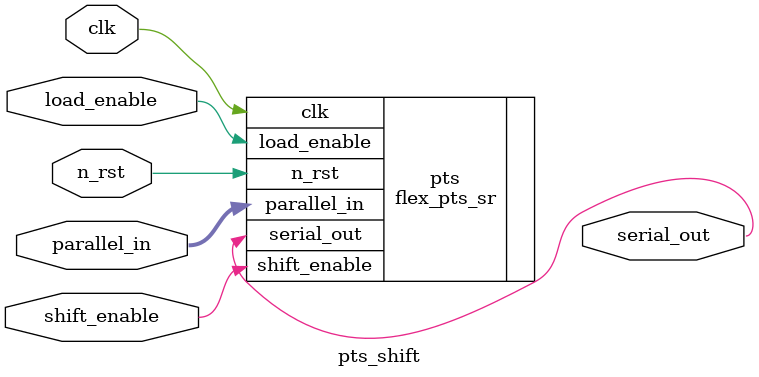
<source format=sv>

module pts_shift
(
	input wire clk,
	input wire n_rst,
	input wire shift_enable,
	input wire load_enable,
	input wire [7:0] parallel_in,
	output reg serial_out
);

flex_pts_sr #(.NUM_BITS(8), .SHIFT_MSB(0)) pts (.clk(clk), .n_rst(n_rst), .shift_enable(shift_enable), 
	.load_enable(load_enable), .parallel_in(parallel_in), .serial_out(serial_out));

endmodule
</source>
